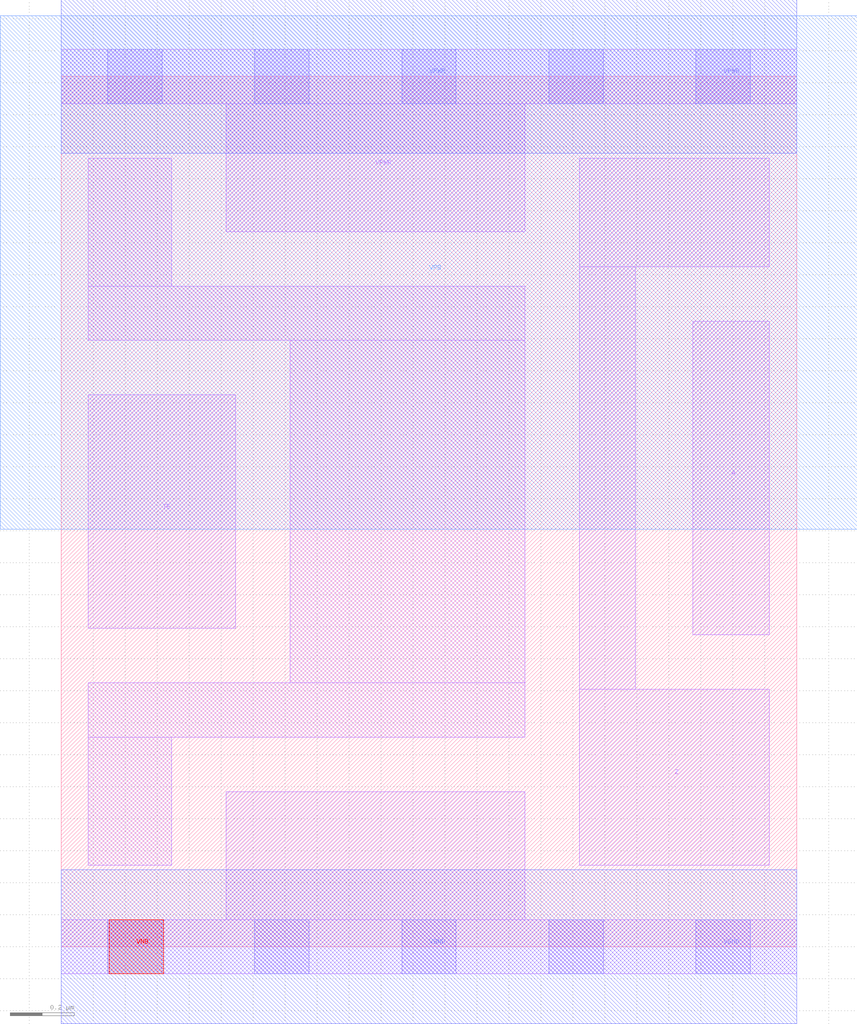
<source format=lef>
MACRO sky130_fd_sc_hd__einvp_1
  CLASS CORE ;
  FOREIGN sky130_fd_sc_hd__einvp_1 ;
  ORIGIN 0.000 0.000 ;
  SIZE 2.300 BY 2.720 ;
  SYMMETRY X Y R90 ;
  SITE unithd ;
  PIN A
    DIRECTION INPUT ;
    USE SIGNAL ;
    ANTENNAGATEAREA 0.247500 ;
    PORT
      LAYER li1 ;
        RECT 1.975 0.975 2.215 1.955 ;
    END
  END A
  PIN TE
    DIRECTION INPUT ;
    USE SIGNAL ;
    ANTENNAGATEAREA 0.223500 ;
    PORT
      LAYER li1 ;
        RECT 0.085 0.995 0.545 1.725 ;
    END
  END TE
  PIN VGND
    DIRECTION INOUT ;
    USE GROUND ;
    SHAPE ABUTMENT ;
    PORT
      LAYER li1 ;
        RECT 0.515 0.085 1.450 0.485 ;
        RECT 0.000 -0.085 2.300 0.085 ;
      LAYER mcon ;
        RECT 0.145 -0.085 0.315 0.085 ;
        RECT 0.605 -0.085 0.775 0.085 ;
        RECT 1.065 -0.085 1.235 0.085 ;
        RECT 1.525 -0.085 1.695 0.085 ;
        RECT 1.985 -0.085 2.155 0.085 ;
      LAYER met1 ;
        RECT 0.000 -0.240 2.300 0.240 ;
    END
  END VGND
  PIN VNB
    DIRECTION INOUT ;
    USE GROUND ;
    PORT
      LAYER pwell ;
        RECT 0.150 -0.085 0.320 0.085 ;
    END
  END VNB
  PIN VPB
    DIRECTION INOUT ;
    USE POWER ;
    PORT
      LAYER nwell ;
        RECT -0.190 1.305 2.490 2.910 ;
    END
  END VPB
  PIN VPWR
    DIRECTION INOUT ;
    USE POWER ;
    SHAPE ABUTMENT ;
    PORT
      LAYER li1 ;
        RECT 0.000 2.635 2.300 2.805 ;
        RECT 0.515 2.235 1.450 2.635 ;
      LAYER mcon ;
        RECT 0.145 2.635 0.315 2.805 ;
        RECT 0.605 2.635 0.775 2.805 ;
        RECT 1.065 2.635 1.235 2.805 ;
        RECT 1.525 2.635 1.695 2.805 ;
        RECT 1.985 2.635 2.155 2.805 ;
      LAYER met1 ;
        RECT 0.000 2.480 2.300 2.960 ;
    END
  END VPWR
  PIN Z
    DIRECTION OUTPUT ;
    USE SIGNAL ;
    ANTENNADIFFAREA 0.445500 ;
    PORT
      LAYER li1 ;
        RECT 1.620 2.125 2.215 2.465 ;
        RECT 1.620 0.805 1.795 2.125 ;
        RECT 1.620 0.255 2.215 0.805 ;
    END
  END Z
  OBS
      LAYER li1 ;
        RECT 0.085 2.065 0.345 2.465 ;
        RECT 0.085 1.895 1.450 2.065 ;
        RECT 0.715 0.825 1.450 1.895 ;
        RECT 0.085 0.655 1.450 0.825 ;
        RECT 0.085 0.255 0.345 0.655 ;
  END
END sky130_fd_sc_hd__einvp_1
END LIBRARY


</source>
